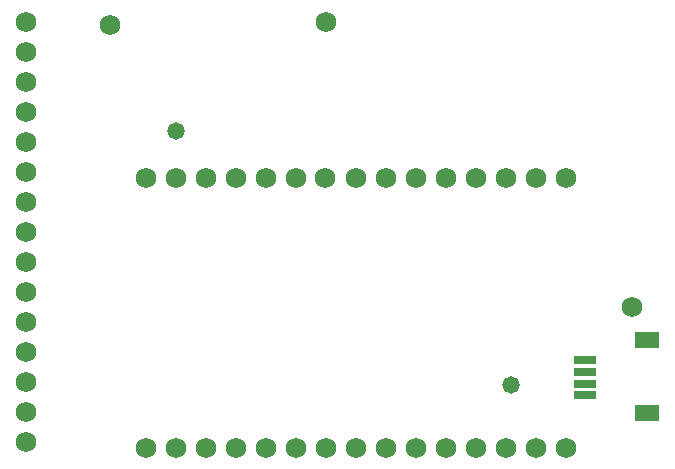
<source format=gts>
G04*
G04 #@! TF.GenerationSoftware,Altium Limited,Altium Designer,21.7.2 (23)*
G04*
G04 Layer_Color=8388736*
%FSLAX25Y25*%
%MOIN*%
G70*
G04*
G04 #@! TF.SameCoordinates,FD6F4078-F35A-45E9-9C0A-15F470774422*
G04*
G04*
G04 #@! TF.FilePolarity,Negative*
G04*
G01*
G75*
%ADD14R,0.07887X0.05524*%
%ADD15R,0.07493X0.03162*%
%ADD16C,0.06800*%
%ADD17C,0.05800*%
D14*
X219000Y44909D02*
D03*
Y20500D02*
D03*
D15*
X198331Y38217D02*
D03*
Y34280D02*
D03*
Y30343D02*
D03*
Y26406D02*
D03*
D16*
X52000Y9000D02*
D03*
X62000D02*
D03*
X72000D02*
D03*
X82000D02*
D03*
X92000D02*
D03*
X102000D02*
D03*
X112000D02*
D03*
X122000D02*
D03*
X132000D02*
D03*
X142000D02*
D03*
X152000D02*
D03*
X162000D02*
D03*
X172000D02*
D03*
X182000D02*
D03*
X192000D02*
D03*
Y98764D02*
D03*
X182000D02*
D03*
X172000D02*
D03*
X162000D02*
D03*
X152000D02*
D03*
X142000D02*
D03*
X132000D02*
D03*
X122000D02*
D03*
X111500D02*
D03*
X102000D02*
D03*
X92000D02*
D03*
X82000D02*
D03*
X72000D02*
D03*
X62000D02*
D03*
X52000D02*
D03*
X112000Y151000D02*
D03*
X214000Y56000D02*
D03*
X40000Y150000D02*
D03*
X12000Y151000D02*
D03*
Y141000D02*
D03*
Y131000D02*
D03*
Y11000D02*
D03*
Y21000D02*
D03*
Y31000D02*
D03*
Y41000D02*
D03*
Y51000D02*
D03*
Y61000D02*
D03*
Y71000D02*
D03*
Y81000D02*
D03*
Y91000D02*
D03*
Y101000D02*
D03*
Y111000D02*
D03*
Y121000D02*
D03*
D17*
X173500Y30000D02*
D03*
X62000Y114500D02*
D03*
M02*

</source>
